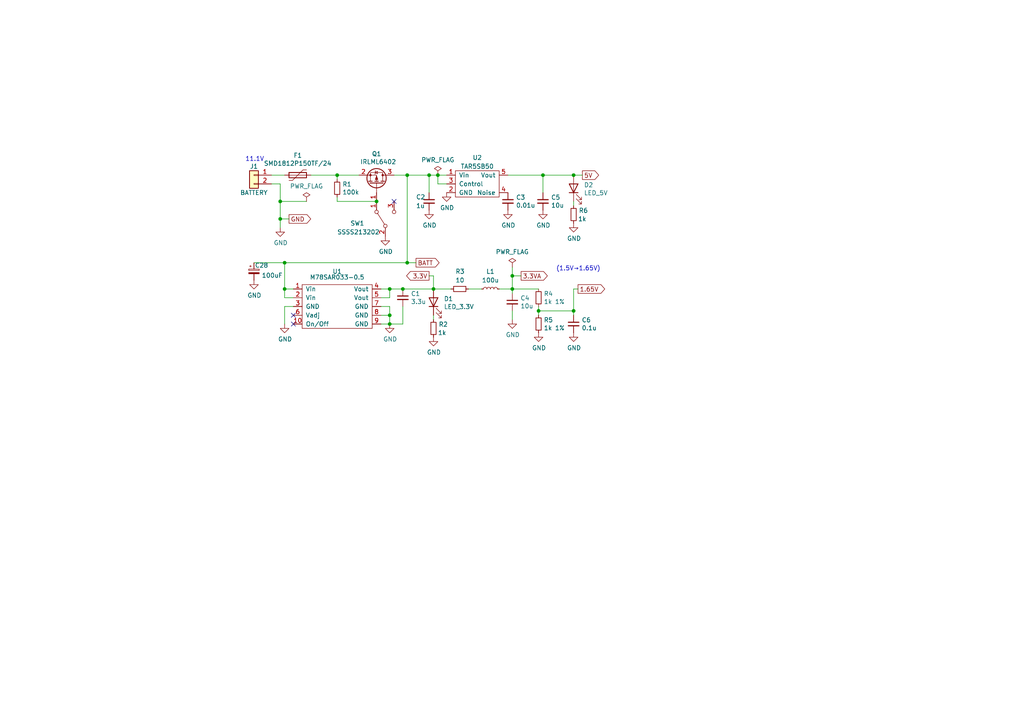
<source format=kicad_sch>
(kicad_sch (version 20211123) (generator eeschema)

  (uuid ee9c4f72-f91f-4028-95bb-95ce5e4f7811)

  (paper "A4")

  (lib_symbols
    (symbol "Connector_Generic:Conn_01x02" (pin_names (offset 1.016) hide) (in_bom yes) (on_board yes)
      (property "Reference" "J" (id 0) (at 0 2.54 0)
        (effects (font (size 1.27 1.27)))
      )
      (property "Value" "Conn_01x02" (id 1) (at 0 -5.08 0)
        (effects (font (size 1.27 1.27)))
      )
      (property "Footprint" "" (id 2) (at 0 0 0)
        (effects (font (size 1.27 1.27)) hide)
      )
      (property "Datasheet" "~" (id 3) (at 0 0 0)
        (effects (font (size 1.27 1.27)) hide)
      )
      (property "ki_keywords" "connector" (id 4) (at 0 0 0)
        (effects (font (size 1.27 1.27)) hide)
      )
      (property "ki_description" "Generic connector, single row, 01x02, script generated (kicad-library-utils/schlib/autogen/connector/)" (id 5) (at 0 0 0)
        (effects (font (size 1.27 1.27)) hide)
      )
      (property "ki_fp_filters" "Connector*:*_1x??_*" (id 6) (at 0 0 0)
        (effects (font (size 1.27 1.27)) hide)
      )
      (symbol "Conn_01x02_1_1"
        (rectangle (start -1.27 -2.413) (end 0 -2.667)
          (stroke (width 0.1524) (type default) (color 0 0 0 0))
          (fill (type none))
        )
        (rectangle (start -1.27 0.127) (end 0 -0.127)
          (stroke (width 0.1524) (type default) (color 0 0 0 0))
          (fill (type none))
        )
        (rectangle (start -1.27 1.27) (end 1.27 -3.81)
          (stroke (width 0.254) (type default) (color 0 0 0 0))
          (fill (type background))
        )
        (pin passive line (at -5.08 0 0) (length 3.81)
          (name "Pin_1" (effects (font (size 1.27 1.27))))
          (number "1" (effects (font (size 1.27 1.27))))
        )
        (pin passive line (at -5.08 -2.54 0) (length 3.81)
          (name "Pin_2" (effects (font (size 1.27 1.27))))
          (number "2" (effects (font (size 1.27 1.27))))
        )
      )
    )
    (symbol "Device:C_Polarized_Small" (pin_numbers hide) (pin_names (offset 0.254) hide) (in_bom yes) (on_board yes)
      (property "Reference" "C" (id 0) (at 0.254 1.778 0)
        (effects (font (size 1.27 1.27)) (justify left))
      )
      (property "Value" "C_Polarized_Small" (id 1) (at 0.254 -2.032 0)
        (effects (font (size 1.27 1.27)) (justify left))
      )
      (property "Footprint" "" (id 2) (at 0 0 0)
        (effects (font (size 1.27 1.27)) hide)
      )
      (property "Datasheet" "~" (id 3) (at 0 0 0)
        (effects (font (size 1.27 1.27)) hide)
      )
      (property "ki_keywords" "cap capacitor" (id 4) (at 0 0 0)
        (effects (font (size 1.27 1.27)) hide)
      )
      (property "ki_description" "Polarized capacitor, small symbol" (id 5) (at 0 0 0)
        (effects (font (size 1.27 1.27)) hide)
      )
      (property "ki_fp_filters" "CP_*" (id 6) (at 0 0 0)
        (effects (font (size 1.27 1.27)) hide)
      )
      (symbol "C_Polarized_Small_0_1"
        (rectangle (start -1.524 -0.3048) (end 1.524 -0.6858)
          (stroke (width 0) (type default) (color 0 0 0 0))
          (fill (type outline))
        )
        (rectangle (start -1.524 0.6858) (end 1.524 0.3048)
          (stroke (width 0) (type default) (color 0 0 0 0))
          (fill (type none))
        )
        (polyline
          (pts
            (xy -1.27 1.524)
            (xy -0.762 1.524)
          )
          (stroke (width 0) (type default) (color 0 0 0 0))
          (fill (type none))
        )
        (polyline
          (pts
            (xy -1.016 1.27)
            (xy -1.016 1.778)
          )
          (stroke (width 0) (type default) (color 0 0 0 0))
          (fill (type none))
        )
      )
      (symbol "C_Polarized_Small_1_1"
        (pin passive line (at 0 2.54 270) (length 1.8542)
          (name "~" (effects (font (size 1.27 1.27))))
          (number "1" (effects (font (size 1.27 1.27))))
        )
        (pin passive line (at 0 -2.54 90) (length 1.8542)
          (name "~" (effects (font (size 1.27 1.27))))
          (number "2" (effects (font (size 1.27 1.27))))
        )
      )
    )
    (symbol "Device:C_Small" (pin_numbers hide) (pin_names (offset 0.254) hide) (in_bom yes) (on_board yes)
      (property "Reference" "C" (id 0) (at 0.254 1.778 0)
        (effects (font (size 1.27 1.27)) (justify left))
      )
      (property "Value" "C_Small" (id 1) (at 0.254 -2.032 0)
        (effects (font (size 1.27 1.27)) (justify left))
      )
      (property "Footprint" "" (id 2) (at 0 0 0)
        (effects (font (size 1.27 1.27)) hide)
      )
      (property "Datasheet" "~" (id 3) (at 0 0 0)
        (effects (font (size 1.27 1.27)) hide)
      )
      (property "ki_keywords" "capacitor cap" (id 4) (at 0 0 0)
        (effects (font (size 1.27 1.27)) hide)
      )
      (property "ki_description" "Unpolarized capacitor, small symbol" (id 5) (at 0 0 0)
        (effects (font (size 1.27 1.27)) hide)
      )
      (property "ki_fp_filters" "C_*" (id 6) (at 0 0 0)
        (effects (font (size 1.27 1.27)) hide)
      )
      (symbol "C_Small_0_1"
        (polyline
          (pts
            (xy -1.524 -0.508)
            (xy 1.524 -0.508)
          )
          (stroke (width 0.3302) (type default) (color 0 0 0 0))
          (fill (type none))
        )
        (polyline
          (pts
            (xy -1.524 0.508)
            (xy 1.524 0.508)
          )
          (stroke (width 0.3048) (type default) (color 0 0 0 0))
          (fill (type none))
        )
      )
      (symbol "C_Small_1_1"
        (pin passive line (at 0 2.54 270) (length 2.032)
          (name "~" (effects (font (size 1.27 1.27))))
          (number "1" (effects (font (size 1.27 1.27))))
        )
        (pin passive line (at 0 -2.54 90) (length 2.032)
          (name "~" (effects (font (size 1.27 1.27))))
          (number "2" (effects (font (size 1.27 1.27))))
        )
      )
    )
    (symbol "Device:LED" (pin_numbers hide) (pin_names (offset 1.016) hide) (in_bom yes) (on_board yes)
      (property "Reference" "D" (id 0) (at 0 2.54 0)
        (effects (font (size 1.27 1.27)))
      )
      (property "Value" "LED" (id 1) (at 0 -2.54 0)
        (effects (font (size 1.27 1.27)))
      )
      (property "Footprint" "" (id 2) (at 0 0 0)
        (effects (font (size 1.27 1.27)) hide)
      )
      (property "Datasheet" "~" (id 3) (at 0 0 0)
        (effects (font (size 1.27 1.27)) hide)
      )
      (property "ki_keywords" "LED diode" (id 4) (at 0 0 0)
        (effects (font (size 1.27 1.27)) hide)
      )
      (property "ki_description" "Light emitting diode" (id 5) (at 0 0 0)
        (effects (font (size 1.27 1.27)) hide)
      )
      (property "ki_fp_filters" "LED* LED_SMD:* LED_THT:*" (id 6) (at 0 0 0)
        (effects (font (size 1.27 1.27)) hide)
      )
      (symbol "LED_0_1"
        (polyline
          (pts
            (xy -1.27 -1.27)
            (xy -1.27 1.27)
          )
          (stroke (width 0.254) (type default) (color 0 0 0 0))
          (fill (type none))
        )
        (polyline
          (pts
            (xy -1.27 0)
            (xy 1.27 0)
          )
          (stroke (width 0) (type default) (color 0 0 0 0))
          (fill (type none))
        )
        (polyline
          (pts
            (xy 1.27 -1.27)
            (xy 1.27 1.27)
            (xy -1.27 0)
            (xy 1.27 -1.27)
          )
          (stroke (width 0.254) (type default) (color 0 0 0 0))
          (fill (type none))
        )
        (polyline
          (pts
            (xy -3.048 -0.762)
            (xy -4.572 -2.286)
            (xy -3.81 -2.286)
            (xy -4.572 -2.286)
            (xy -4.572 -1.524)
          )
          (stroke (width 0) (type default) (color 0 0 0 0))
          (fill (type none))
        )
        (polyline
          (pts
            (xy -1.778 -0.762)
            (xy -3.302 -2.286)
            (xy -2.54 -2.286)
            (xy -3.302 -2.286)
            (xy -3.302 -1.524)
          )
          (stroke (width 0) (type default) (color 0 0 0 0))
          (fill (type none))
        )
      )
      (symbol "LED_1_1"
        (pin passive line (at -3.81 0 0) (length 2.54)
          (name "K" (effects (font (size 1.27 1.27))))
          (number "1" (effects (font (size 1.27 1.27))))
        )
        (pin passive line (at 3.81 0 180) (length 2.54)
          (name "A" (effects (font (size 1.27 1.27))))
          (number "2" (effects (font (size 1.27 1.27))))
        )
      )
    )
    (symbol "Device:L_Small" (pin_numbers hide) (pin_names (offset 0.254) hide) (in_bom yes) (on_board yes)
      (property "Reference" "L" (id 0) (at 0.762 1.016 0)
        (effects (font (size 1.27 1.27)) (justify left))
      )
      (property "Value" "L_Small" (id 1) (at 0.762 -1.016 0)
        (effects (font (size 1.27 1.27)) (justify left))
      )
      (property "Footprint" "" (id 2) (at 0 0 0)
        (effects (font (size 1.27 1.27)) hide)
      )
      (property "Datasheet" "~" (id 3) (at 0 0 0)
        (effects (font (size 1.27 1.27)) hide)
      )
      (property "ki_keywords" "inductor choke coil reactor magnetic" (id 4) (at 0 0 0)
        (effects (font (size 1.27 1.27)) hide)
      )
      (property "ki_description" "Inductor, small symbol" (id 5) (at 0 0 0)
        (effects (font (size 1.27 1.27)) hide)
      )
      (property "ki_fp_filters" "Choke_* *Coil* Inductor_* L_*" (id 6) (at 0 0 0)
        (effects (font (size 1.27 1.27)) hide)
      )
      (symbol "L_Small_0_1"
        (arc (start 0 -2.032) (mid 0.508 -1.524) (end 0 -1.016)
          (stroke (width 0) (type default) (color 0 0 0 0))
          (fill (type none))
        )
        (arc (start 0 -1.016) (mid 0.508 -0.508) (end 0 0)
          (stroke (width 0) (type default) (color 0 0 0 0))
          (fill (type none))
        )
        (arc (start 0 0) (mid 0.508 0.508) (end 0 1.016)
          (stroke (width 0) (type default) (color 0 0 0 0))
          (fill (type none))
        )
        (arc (start 0 1.016) (mid 0.508 1.524) (end 0 2.032)
          (stroke (width 0) (type default) (color 0 0 0 0))
          (fill (type none))
        )
      )
      (symbol "L_Small_1_1"
        (pin passive line (at 0 2.54 270) (length 0.508)
          (name "~" (effects (font (size 1.27 1.27))))
          (number "1" (effects (font (size 1.27 1.27))))
        )
        (pin passive line (at 0 -2.54 90) (length 0.508)
          (name "~" (effects (font (size 1.27 1.27))))
          (number "2" (effects (font (size 1.27 1.27))))
        )
      )
    )
    (symbol "Device:Polyfuse" (pin_numbers hide) (pin_names (offset 0)) (in_bom yes) (on_board yes)
      (property "Reference" "F" (id 0) (at -2.54 0 90)
        (effects (font (size 1.27 1.27)))
      )
      (property "Value" "Polyfuse" (id 1) (at 2.54 0 90)
        (effects (font (size 1.27 1.27)))
      )
      (property "Footprint" "" (id 2) (at 1.27 -5.08 0)
        (effects (font (size 1.27 1.27)) (justify left) hide)
      )
      (property "Datasheet" "~" (id 3) (at 0 0 0)
        (effects (font (size 1.27 1.27)) hide)
      )
      (property "ki_keywords" "resettable fuse PTC PPTC polyfuse polyswitch" (id 4) (at 0 0 0)
        (effects (font (size 1.27 1.27)) hide)
      )
      (property "ki_description" "Resettable fuse, polymeric positive temperature coefficient" (id 5) (at 0 0 0)
        (effects (font (size 1.27 1.27)) hide)
      )
      (property "ki_fp_filters" "*polyfuse* *PTC*" (id 6) (at 0 0 0)
        (effects (font (size 1.27 1.27)) hide)
      )
      (symbol "Polyfuse_0_1"
        (rectangle (start -0.762 2.54) (end 0.762 -2.54)
          (stroke (width 0.254) (type default) (color 0 0 0 0))
          (fill (type none))
        )
        (polyline
          (pts
            (xy 0 2.54)
            (xy 0 -2.54)
          )
          (stroke (width 0) (type default) (color 0 0 0 0))
          (fill (type none))
        )
        (polyline
          (pts
            (xy -1.524 2.54)
            (xy -1.524 1.524)
            (xy 1.524 -1.524)
            (xy 1.524 -2.54)
          )
          (stroke (width 0) (type default) (color 0 0 0 0))
          (fill (type none))
        )
      )
      (symbol "Polyfuse_1_1"
        (pin passive line (at 0 3.81 270) (length 1.27)
          (name "~" (effects (font (size 1.27 1.27))))
          (number "1" (effects (font (size 1.27 1.27))))
        )
        (pin passive line (at 0 -3.81 90) (length 1.27)
          (name "~" (effects (font (size 1.27 1.27))))
          (number "2" (effects (font (size 1.27 1.27))))
        )
      )
    )
    (symbol "Device:Q_PMOS_GSD" (pin_names (offset 0) hide) (in_bom yes) (on_board yes)
      (property "Reference" "Q" (id 0) (at 5.08 1.27 0)
        (effects (font (size 1.27 1.27)) (justify left))
      )
      (property "Value" "Q_PMOS_GSD" (id 1) (at 5.08 -1.27 0)
        (effects (font (size 1.27 1.27)) (justify left))
      )
      (property "Footprint" "" (id 2) (at 5.08 2.54 0)
        (effects (font (size 1.27 1.27)) hide)
      )
      (property "Datasheet" "~" (id 3) (at 0 0 0)
        (effects (font (size 1.27 1.27)) hide)
      )
      (property "ki_keywords" "transistor PMOS P-MOS P-MOSFET" (id 4) (at 0 0 0)
        (effects (font (size 1.27 1.27)) hide)
      )
      (property "ki_description" "P-MOSFET transistor, gate/source/drain" (id 5) (at 0 0 0)
        (effects (font (size 1.27 1.27)) hide)
      )
      (symbol "Q_PMOS_GSD_0_1"
        (polyline
          (pts
            (xy 0.254 0)
            (xy -2.54 0)
          )
          (stroke (width 0) (type default) (color 0 0 0 0))
          (fill (type none))
        )
        (polyline
          (pts
            (xy 0.254 1.905)
            (xy 0.254 -1.905)
          )
          (stroke (width 0.254) (type default) (color 0 0 0 0))
          (fill (type none))
        )
        (polyline
          (pts
            (xy 0.762 -1.27)
            (xy 0.762 -2.286)
          )
          (stroke (width 0.254) (type default) (color 0 0 0 0))
          (fill (type none))
        )
        (polyline
          (pts
            (xy 0.762 0.508)
            (xy 0.762 -0.508)
          )
          (stroke (width 0.254) (type default) (color 0 0 0 0))
          (fill (type none))
        )
        (polyline
          (pts
            (xy 0.762 2.286)
            (xy 0.762 1.27)
          )
          (stroke (width 0.254) (type default) (color 0 0 0 0))
          (fill (type none))
        )
        (polyline
          (pts
            (xy 2.54 2.54)
            (xy 2.54 1.778)
          )
          (stroke (width 0) (type default) (color 0 0 0 0))
          (fill (type none))
        )
        (polyline
          (pts
            (xy 2.54 -2.54)
            (xy 2.54 0)
            (xy 0.762 0)
          )
          (stroke (width 0) (type default) (color 0 0 0 0))
          (fill (type none))
        )
        (polyline
          (pts
            (xy 0.762 1.778)
            (xy 3.302 1.778)
            (xy 3.302 -1.778)
            (xy 0.762 -1.778)
          )
          (stroke (width 0) (type default) (color 0 0 0 0))
          (fill (type none))
        )
        (polyline
          (pts
            (xy 2.286 0)
            (xy 1.27 0.381)
            (xy 1.27 -0.381)
            (xy 2.286 0)
          )
          (stroke (width 0) (type default) (color 0 0 0 0))
          (fill (type outline))
        )
        (polyline
          (pts
            (xy 2.794 -0.508)
            (xy 2.921 -0.381)
            (xy 3.683 -0.381)
            (xy 3.81 -0.254)
          )
          (stroke (width 0) (type default) (color 0 0 0 0))
          (fill (type none))
        )
        (polyline
          (pts
            (xy 3.302 -0.381)
            (xy 2.921 0.254)
            (xy 3.683 0.254)
            (xy 3.302 -0.381)
          )
          (stroke (width 0) (type default) (color 0 0 0 0))
          (fill (type none))
        )
        (circle (center 1.651 0) (radius 2.794)
          (stroke (width 0.254) (type default) (color 0 0 0 0))
          (fill (type none))
        )
        (circle (center 2.54 -1.778) (radius 0.254)
          (stroke (width 0) (type default) (color 0 0 0 0))
          (fill (type outline))
        )
        (circle (center 2.54 1.778) (radius 0.254)
          (stroke (width 0) (type default) (color 0 0 0 0))
          (fill (type outline))
        )
      )
      (symbol "Q_PMOS_GSD_1_1"
        (pin input line (at -5.08 0 0) (length 2.54)
          (name "G" (effects (font (size 1.27 1.27))))
          (number "1" (effects (font (size 1.27 1.27))))
        )
        (pin passive line (at 2.54 -5.08 90) (length 2.54)
          (name "S" (effects (font (size 1.27 1.27))))
          (number "2" (effects (font (size 1.27 1.27))))
        )
        (pin passive line (at 2.54 5.08 270) (length 2.54)
          (name "D" (effects (font (size 1.27 1.27))))
          (number "3" (effects (font (size 1.27 1.27))))
        )
      )
    )
    (symbol "Device:R_Small" (pin_numbers hide) (pin_names (offset 0.254) hide) (in_bom yes) (on_board yes)
      (property "Reference" "R" (id 0) (at 0.762 0.508 0)
        (effects (font (size 1.27 1.27)) (justify left))
      )
      (property "Value" "R_Small" (id 1) (at 0.762 -1.016 0)
        (effects (font (size 1.27 1.27)) (justify left))
      )
      (property "Footprint" "" (id 2) (at 0 0 0)
        (effects (font (size 1.27 1.27)) hide)
      )
      (property "Datasheet" "~" (id 3) (at 0 0 0)
        (effects (font (size 1.27 1.27)) hide)
      )
      (property "ki_keywords" "R resistor" (id 4) (at 0 0 0)
        (effects (font (size 1.27 1.27)) hide)
      )
      (property "ki_description" "Resistor, small symbol" (id 5) (at 0 0 0)
        (effects (font (size 1.27 1.27)) hide)
      )
      (property "ki_fp_filters" "R_*" (id 6) (at 0 0 0)
        (effects (font (size 1.27 1.27)) hide)
      )
      (symbol "R_Small_0_1"
        (rectangle (start -0.762 1.778) (end 0.762 -1.778)
          (stroke (width 0.2032) (type default) (color 0 0 0 0))
          (fill (type none))
        )
      )
      (symbol "R_Small_1_1"
        (pin passive line (at 0 2.54 270) (length 0.762)
          (name "~" (effects (font (size 1.27 1.27))))
          (number "1" (effects (font (size 1.27 1.27))))
        )
        (pin passive line (at 0 -2.54 90) (length 0.762)
          (name "~" (effects (font (size 1.27 1.27))))
          (number "2" (effects (font (size 1.27 1.27))))
        )
      )
    )
    (symbol "MicroNaos:M78SAR033-0.5" (pin_names (offset 1.016)) (in_bom yes) (on_board yes)
      (property "Reference" "U" (id 0) (at 0 8.89 0)
        (effects (font (size 1.27 1.27)))
      )
      (property "Value" "M78SAR033-0.5" (id 1) (at 0 6.35 0)
        (effects (font (size 1.27 1.27)))
      )
      (property "Footprint" "" (id 2) (at 0 0 0)
        (effects (font (size 1.27 1.27)) hide)
      )
      (property "Datasheet" "" (id 3) (at 0 0 0)
        (effects (font (size 1.27 1.27)) hide)
      )
      (symbol "M78SAR033-0.5_0_1"
        (rectangle (start -10.16 5.08) (end 10.16 -7.62)
          (stroke (width 0) (type default) (color 0 0 0 0))
          (fill (type none))
        )
      )
      (symbol "M78SAR033-0.5_1_1"
        (pin power_in line (at -12.7 3.81 0) (length 2.54)
          (name "Vin" (effects (font (size 1.27 1.27))))
          (number "1" (effects (font (size 1.27 1.27))))
        )
        (pin input line (at -12.7 -6.35 0) (length 2.54)
          (name "On/Off" (effects (font (size 1.27 1.27))))
          (number "10" (effects (font (size 1.27 1.27))))
        )
        (pin power_in line (at -12.7 1.27 0) (length 2.54)
          (name "Vin" (effects (font (size 1.27 1.27))))
          (number "2" (effects (font (size 1.27 1.27))))
        )
        (pin power_in line (at -12.7 -1.27 0) (length 2.54)
          (name "GND" (effects (font (size 1.27 1.27))))
          (number "3" (effects (font (size 1.27 1.27))))
        )
        (pin power_out line (at 12.7 3.81 180) (length 2.54)
          (name "Vout" (effects (font (size 1.27 1.27))))
          (number "4" (effects (font (size 1.27 1.27))))
        )
        (pin passive line (at 12.7 1.27 180) (length 2.54)
          (name "Vout" (effects (font (size 1.27 1.27))))
          (number "5" (effects (font (size 1.27 1.27))))
        )
        (pin input line (at -12.7 -3.81 0) (length 2.54)
          (name "Vadj" (effects (font (size 1.27 1.27))))
          (number "6" (effects (font (size 1.27 1.27))))
        )
        (pin power_in line (at 12.7 -1.27 180) (length 2.54)
          (name "GND" (effects (font (size 1.27 1.27))))
          (number "7" (effects (font (size 1.27 1.27))))
        )
        (pin power_in line (at 12.7 -3.81 180) (length 2.54)
          (name "GND" (effects (font (size 1.27 1.27))))
          (number "8" (effects (font (size 1.27 1.27))))
        )
        (pin power_in line (at 12.7 -6.35 180) (length 2.54)
          (name "GND" (effects (font (size 1.27 1.27))))
          (number "9" (effects (font (size 1.27 1.27))))
        )
      )
    )
    (symbol "MicroNaos:TAR5SB50" (pin_names (offset 1.016)) (in_bom yes) (on_board yes)
      (property "Reference" "U" (id 0) (at 0 7.62 0)
        (effects (font (size 1.27 1.27)))
      )
      (property "Value" "TAR5SB50" (id 1) (at 0 5.08 0)
        (effects (font (size 1.27 1.27)))
      )
      (property "Footprint" "" (id 2) (at 0 0 0)
        (effects (font (size 1.27 1.27)) hide)
      )
      (property "Datasheet" "" (id 3) (at 0 0 0)
        (effects (font (size 1.27 1.27)) hide)
      )
      (symbol "TAR5SB50_0_1"
        (rectangle (start -6.35 3.81) (end 6.35 -3.81)
          (stroke (width 0) (type default) (color 0 0 0 0))
          (fill (type none))
        )
      )
      (symbol "TAR5SB50_1_1"
        (pin power_in line (at -8.89 2.54 0) (length 2.54)
          (name "Vin" (effects (font (size 1.27 1.27))))
          (number "1" (effects (font (size 1.27 1.27))))
        )
        (pin input line (at -8.89 -2.54 0) (length 2.54)
          (name "GND" (effects (font (size 1.27 1.27))))
          (number "2" (effects (font (size 1.27 1.27))))
        )
        (pin input line (at -8.89 0 0) (length 2.54)
          (name "Control" (effects (font (size 1.27 1.27))))
          (number "3" (effects (font (size 1.27 1.27))))
        )
        (pin input line (at 8.89 -2.54 180) (length 2.54)
          (name "Noise" (effects (font (size 1.27 1.27))))
          (number "4" (effects (font (size 1.27 1.27))))
        )
        (pin power_out line (at 8.89 2.54 180) (length 2.54)
          (name "Vout" (effects (font (size 1.27 1.27))))
          (number "5" (effects (font (size 1.27 1.27))))
        )
      )
    )
    (symbol "Switch:SW_SPDT" (pin_names (offset 0) hide) (in_bom yes) (on_board yes)
      (property "Reference" "SW" (id 0) (at 0 4.318 0)
        (effects (font (size 1.27 1.27)))
      )
      (property "Value" "SW_SPDT" (id 1) (at 0 -5.08 0)
        (effects (font (size 1.27 1.27)))
      )
      (property "Footprint" "" (id 2) (at 0 0 0)
        (effects (font (size 1.27 1.27)) hide)
      )
      (property "Datasheet" "~" (id 3) (at 0 0 0)
        (effects (font (size 1.27 1.27)) hide)
      )
      (property "ki_keywords" "switch single-pole double-throw spdt ON-ON" (id 4) (at 0 0 0)
        (effects (font (size 1.27 1.27)) hide)
      )
      (property "ki_description" "Switch, single pole double throw" (id 5) (at 0 0 0)
        (effects (font (size 1.27 1.27)) hide)
      )
      (symbol "SW_SPDT_0_0"
        (circle (center -2.032 0) (radius 0.508)
          (stroke (width 0) (type default) (color 0 0 0 0))
          (fill (type none))
        )
        (circle (center 2.032 -2.54) (radius 0.508)
          (stroke (width 0) (type default) (color 0 0 0 0))
          (fill (type none))
        )
      )
      (symbol "SW_SPDT_0_1"
        (polyline
          (pts
            (xy -1.524 0.254)
            (xy 1.651 2.286)
          )
          (stroke (width 0) (type default) (color 0 0 0 0))
          (fill (type none))
        )
        (circle (center 2.032 2.54) (radius 0.508)
          (stroke (width 0) (type default) (color 0 0 0 0))
          (fill (type none))
        )
      )
      (symbol "SW_SPDT_1_1"
        (pin passive line (at 5.08 2.54 180) (length 2.54)
          (name "A" (effects (font (size 1.27 1.27))))
          (number "1" (effects (font (size 1.27 1.27))))
        )
        (pin passive line (at -5.08 0 0) (length 2.54)
          (name "B" (effects (font (size 1.27 1.27))))
          (number "2" (effects (font (size 1.27 1.27))))
        )
        (pin passive line (at 5.08 -2.54 180) (length 2.54)
          (name "C" (effects (font (size 1.27 1.27))))
          (number "3" (effects (font (size 1.27 1.27))))
        )
      )
    )
    (symbol "power:GND" (power) (pin_names (offset 0)) (in_bom yes) (on_board yes)
      (property "Reference" "#PWR" (id 0) (at 0 -6.35 0)
        (effects (font (size 1.27 1.27)) hide)
      )
      (property "Value" "GND" (id 1) (at 0 -3.81 0)
        (effects (font (size 1.27 1.27)))
      )
      (property "Footprint" "" (id 2) (at 0 0 0)
        (effects (font (size 1.27 1.27)) hide)
      )
      (property "Datasheet" "" (id 3) (at 0 0 0)
        (effects (font (size 1.27 1.27)) hide)
      )
      (property "ki_keywords" "power-flag" (id 4) (at 0 0 0)
        (effects (font (size 1.27 1.27)) hide)
      )
      (property "ki_description" "Power symbol creates a global label with name \"GND\" , ground" (id 5) (at 0 0 0)
        (effects (font (size 1.27 1.27)) hide)
      )
      (symbol "GND_0_1"
        (polyline
          (pts
            (xy 0 0)
            (xy 0 -1.27)
            (xy 1.27 -1.27)
            (xy 0 -2.54)
            (xy -1.27 -1.27)
            (xy 0 -1.27)
          )
          (stroke (width 0) (type default) (color 0 0 0 0))
          (fill (type none))
        )
      )
      (symbol "GND_1_1"
        (pin power_in line (at 0 0 270) (length 0) hide
          (name "GND" (effects (font (size 1.27 1.27))))
          (number "1" (effects (font (size 1.27 1.27))))
        )
      )
    )
    (symbol "power:PWR_FLAG" (power) (pin_numbers hide) (pin_names (offset 0) hide) (in_bom yes) (on_board yes)
      (property "Reference" "#FLG" (id 0) (at 0 1.905 0)
        (effects (font (size 1.27 1.27)) hide)
      )
      (property "Value" "PWR_FLAG" (id 1) (at 0 3.81 0)
        (effects (font (size 1.27 1.27)))
      )
      (property "Footprint" "" (id 2) (at 0 0 0)
        (effects (font (size 1.27 1.27)) hide)
      )
      (property "Datasheet" "~" (id 3) (at 0 0 0)
        (effects (font (size 1.27 1.27)) hide)
      )
      (property "ki_keywords" "power-flag" (id 4) (at 0 0 0)
        (effects (font (size 1.27 1.27)) hide)
      )
      (property "ki_description" "Special symbol for telling ERC where power comes from" (id 5) (at 0 0 0)
        (effects (font (size 1.27 1.27)) hide)
      )
      (symbol "PWR_FLAG_0_0"
        (pin power_out line (at 0 0 90) (length 0)
          (name "pwr" (effects (font (size 1.27 1.27))))
          (number "1" (effects (font (size 1.27 1.27))))
        )
      )
      (symbol "PWR_FLAG_0_1"
        (polyline
          (pts
            (xy 0 0)
            (xy 0 1.27)
            (xy -1.016 1.905)
            (xy 0 2.54)
            (xy 1.016 1.905)
            (xy 0 1.27)
          )
          (stroke (width 0) (type default) (color 0 0 0 0))
          (fill (type none))
        )
      )
    )
  )

  (junction (at 113.03 93.98) (diameter 0) (color 0 0 0 0)
    (uuid 1fc5c5ec-25f5-4ec5-bb86-39fe9fc4c180)
  )
  (junction (at 109.22 58.42) (diameter 0) (color 0 0 0 0)
    (uuid 26a61369-6e00-4123-bb6f-dda903866b65)
  )
  (junction (at 116.84 83.82) (diameter 0) (color 0 0 0 0)
    (uuid 36312ab9-0ba0-4fcc-84c2-993b5463f22a)
  )
  (junction (at 166.37 50.8) (diameter 0) (color 0 0 0 0)
    (uuid 3b2889ef-6aab-44ed-9c47-70ad42d74e3e)
  )
  (junction (at 127 50.8) (diameter 0) (color 0 0 0 0)
    (uuid 3d3a2d22-c69f-4075-87ea-ad225f9140b0)
  )
  (junction (at 156.21 90.17) (diameter 0) (color 0 0 0 0)
    (uuid 48c732a0-181c-4d12-af1b-ec4236655deb)
  )
  (junction (at 82.55 83.82) (diameter 0) (color 0 0 0 0)
    (uuid 5d5430ed-5124-43e6-8291-d2446d275f39)
  )
  (junction (at 81.28 58.42) (diameter 0) (color 0 0 0 0)
    (uuid 63791301-d7f4-4b2c-ad7a-a1978cbce1ed)
  )
  (junction (at 82.55 76.2) (diameter 0) (color 0 0 0 0)
    (uuid 6f501632-8f82-4d6b-b38c-56de31716ac5)
  )
  (junction (at 124.46 50.8) (diameter 0) (color 0 0 0 0)
    (uuid 6f962493-7c2e-4170-b464-7ebdac58144d)
  )
  (junction (at 166.37 90.17) (diameter 0) (color 0 0 0 0)
    (uuid 7153d2ad-8ead-4eb1-bfe4-f6248a28b625)
  )
  (junction (at 81.28 63.5) (diameter 0) (color 0 0 0 0)
    (uuid 760cd9bb-40b8-470d-92de-ca5e0a0e911c)
  )
  (junction (at 118.11 50.8) (diameter 0) (color 0 0 0 0)
    (uuid 78c5570e-6298-48c5-a89d-daa1ecb717dc)
  )
  (junction (at 148.59 83.82) (diameter 0) (color 0 0 0 0)
    (uuid 94284f14-886b-46a8-be1a-18009e26fa05)
  )
  (junction (at 125.73 83.82) (diameter 0) (color 0 0 0 0)
    (uuid 99237f3d-f238-47af-b7a5-1a98e74c41a4)
  )
  (junction (at 113.03 83.82) (diameter 0) (color 0 0 0 0)
    (uuid a27c2585-a06e-4f74-a939-57f75ad235e6)
  )
  (junction (at 157.48 50.8) (diameter 0) (color 0 0 0 0)
    (uuid a5cd35fc-1f3b-40ab-837c-a8dbbb69b7cc)
  )
  (junction (at 148.59 80.01) (diameter 0) (color 0 0 0 0)
    (uuid ad1b8cf3-8c97-4842-81ad-f64f739a45df)
  )
  (junction (at 113.03 91.44) (diameter 0) (color 0 0 0 0)
    (uuid afc9a748-706a-4aef-9cb9-b85e7232c4cc)
  )
  (junction (at 97.79 50.8) (diameter 0) (color 0 0 0 0)
    (uuid b8af7d0d-0fb1-42ea-bf2c-afac04f09e75)
  )
  (junction (at 118.11 76.2) (diameter 0) (color 0 0 0 0)
    (uuid c310e48c-96eb-454f-b20f-7bcf9d342fdb)
  )

  (no_connect (at 85.09 91.44) (uuid 04441549-d89d-4dfe-9d7c-b99be9661e28))
  (no_connect (at 114.3 58.42) (uuid 42964613-a2c0-4667-8f85-135cea752364))
  (no_connect (at 85.09 93.98) (uuid c72cc084-f179-4351-b016-250f1f16ddc2))

  (wire (pts (xy 82.55 86.36) (xy 82.55 83.82))
    (stroke (width 0) (type default) (color 0 0 0 0))
    (uuid 00001130-4894-4aca-8f37-492c97462dce)
  )
  (wire (pts (xy 135.89 83.82) (xy 139.7 83.82))
    (stroke (width 0) (type default) (color 0 0 0 0))
    (uuid 0156fcf7-4619-433f-879d-7a3e17d34adf)
  )
  (wire (pts (xy 129.54 53.34) (xy 127 53.34))
    (stroke (width 0) (type default) (color 0 0 0 0))
    (uuid 0778bcee-e8e5-4d9f-9fb4-b39aa3f43ca1)
  )
  (wire (pts (xy 81.28 53.34) (xy 81.28 58.42))
    (stroke (width 0) (type default) (color 0 0 0 0))
    (uuid 0b0e9d22-2821-4cc1-b0fa-4bf57857de69)
  )
  (wire (pts (xy 97.79 58.42) (xy 97.79 57.15))
    (stroke (width 0) (type default) (color 0 0 0 0))
    (uuid 0ef69c74-86bd-4d20-9439-739d8c941377)
  )
  (wire (pts (xy 148.59 83.82) (xy 156.21 83.82))
    (stroke (width 0) (type default) (color 0 0 0 0))
    (uuid 0fb8287c-2eca-4f57-8ee1-86c6fa3e0a68)
  )
  (wire (pts (xy 144.78 83.82) (xy 148.59 83.82))
    (stroke (width 0) (type default) (color 0 0 0 0))
    (uuid 100175e1-c9cc-4b72-b91a-175e215e54e6)
  )
  (wire (pts (xy 78.74 53.34) (xy 81.28 53.34))
    (stroke (width 0) (type default) (color 0 0 0 0))
    (uuid 104f3831-86cc-4682-bfad-bb5f76e97092)
  )
  (wire (pts (xy 110.49 88.9) (xy 113.03 88.9))
    (stroke (width 0) (type default) (color 0 0 0 0))
    (uuid 14e713a3-b3fd-4029-82c0-67b07cd107a6)
  )
  (wire (pts (xy 148.59 83.82) (xy 148.59 80.01))
    (stroke (width 0) (type default) (color 0 0 0 0))
    (uuid 15de9f52-d5a5-42e3-80c1-f8719fdc16fc)
  )
  (wire (pts (xy 125.73 80.01) (xy 124.46 80.01))
    (stroke (width 0) (type default) (color 0 0 0 0))
    (uuid 16a7a81a-c555-425e-a7d7-c6b401a77c41)
  )
  (wire (pts (xy 157.48 50.8) (xy 166.37 50.8))
    (stroke (width 0) (type default) (color 0 0 0 0))
    (uuid 193d5d4f-befc-462b-96cc-c56e2c9676f6)
  )
  (wire (pts (xy 156.21 88.9) (xy 156.21 90.17))
    (stroke (width 0) (type default) (color 0 0 0 0))
    (uuid 1d1cdd5a-3835-403d-9324-8aad2b409e75)
  )
  (wire (pts (xy 124.46 50.8) (xy 127 50.8))
    (stroke (width 0) (type default) (color 0 0 0 0))
    (uuid 2029bab7-14e2-4a0e-b63a-b4394f98ccf9)
  )
  (wire (pts (xy 124.46 50.8) (xy 124.46 55.88))
    (stroke (width 0) (type default) (color 0 0 0 0))
    (uuid 21b9a9d6-bd4c-417b-a1b0-49abe08de12a)
  )
  (wire (pts (xy 118.11 50.8) (xy 124.46 50.8))
    (stroke (width 0) (type default) (color 0 0 0 0))
    (uuid 249c20e4-5a5f-4a1f-819c-ad07acd508dc)
  )
  (wire (pts (xy 166.37 90.17) (xy 156.21 90.17))
    (stroke (width 0) (type default) (color 0 0 0 0))
    (uuid 2dd7a7fa-d5ed-4886-9427-9769160350d5)
  )
  (wire (pts (xy 148.59 83.82) (xy 148.59 85.09))
    (stroke (width 0) (type default) (color 0 0 0 0))
    (uuid 2def702b-b8c7-4558-9824-4f5fb857df84)
  )
  (wire (pts (xy 125.73 83.82) (xy 125.73 80.01))
    (stroke (width 0) (type default) (color 0 0 0 0))
    (uuid 34433080-a641-47a7-8bc2-6de06939feaf)
  )
  (wire (pts (xy 127 50.8) (xy 129.54 50.8))
    (stroke (width 0) (type default) (color 0 0 0 0))
    (uuid 34536e5a-75af-4a86-81d4-74f31a1e984f)
  )
  (wire (pts (xy 90.17 50.8) (xy 97.79 50.8))
    (stroke (width 0) (type default) (color 0 0 0 0))
    (uuid 35621346-8f19-48f2-bd3f-9617a0f89ba7)
  )
  (wire (pts (xy 157.48 55.88) (xy 157.48 50.8))
    (stroke (width 0) (type default) (color 0 0 0 0))
    (uuid 3748b52e-7a58-481a-97ed-52da1f1a6044)
  )
  (wire (pts (xy 113.03 83.82) (xy 116.84 83.82))
    (stroke (width 0) (type default) (color 0 0 0 0))
    (uuid 3f822677-7bbb-44d1-bfea-a2a184a13158)
  )
  (wire (pts (xy 118.11 76.2) (xy 118.11 50.8))
    (stroke (width 0) (type default) (color 0 0 0 0))
    (uuid 437d949f-e38b-4a02-bc2e-f2fcdbfd17c3)
  )
  (wire (pts (xy 116.84 83.82) (xy 125.73 83.82))
    (stroke (width 0) (type default) (color 0 0 0 0))
    (uuid 4cf0a800-9ddb-43ed-91b3-3a8f4f26f697)
  )
  (wire (pts (xy 82.55 88.9) (xy 85.09 88.9))
    (stroke (width 0) (type default) (color 0 0 0 0))
    (uuid 52b6c465-a2fa-4ddb-9078-ee6b6638e715)
  )
  (wire (pts (xy 125.73 83.82) (xy 130.81 83.82))
    (stroke (width 0) (type default) (color 0 0 0 0))
    (uuid 60b803d3-5937-4455-9325-9f73b05ba4b4)
  )
  (wire (pts (xy 83.82 63.5) (xy 81.28 63.5))
    (stroke (width 0) (type default) (color 0 0 0 0))
    (uuid 659c04be-2748-4bdb-aec7-3d0a2aacd8d3)
  )
  (wire (pts (xy 97.79 50.8) (xy 97.79 52.07))
    (stroke (width 0) (type default) (color 0 0 0 0))
    (uuid 71005af4-d8f7-4fc9-a707-61f652740da6)
  )
  (wire (pts (xy 113.03 86.36) (xy 113.03 83.82))
    (stroke (width 0) (type default) (color 0 0 0 0))
    (uuid 76741e9e-f6ac-4c0a-8232-fbdce2f9765f)
  )
  (wire (pts (xy 110.49 86.36) (xy 113.03 86.36))
    (stroke (width 0) (type default) (color 0 0 0 0))
    (uuid 79743f65-4aa6-407b-a1a4-d00f263a5c6d)
  )
  (wire (pts (xy 97.79 50.8) (xy 104.14 50.8))
    (stroke (width 0) (type default) (color 0 0 0 0))
    (uuid 84b53c73-d942-46fd-adee-40b9a180c324)
  )
  (wire (pts (xy 81.28 63.5) (xy 81.28 66.04))
    (stroke (width 0) (type default) (color 0 0 0 0))
    (uuid 86b672d6-56d0-4443-81fd-47cd7eb9827d)
  )
  (wire (pts (xy 147.32 50.8) (xy 157.48 50.8))
    (stroke (width 0) (type default) (color 0 0 0 0))
    (uuid 8a72aa0d-b4f2-4e29-ae59-f482025ac965)
  )
  (wire (pts (xy 151.13 80.01) (xy 148.59 80.01))
    (stroke (width 0) (type default) (color 0 0 0 0))
    (uuid 8c1afa6d-6b72-4e99-91ec-20a265b623e9)
  )
  (wire (pts (xy 88.9 58.42) (xy 81.28 58.42))
    (stroke (width 0) (type default) (color 0 0 0 0))
    (uuid 8c76aefb-5ec8-40f0-a2f1-f47fe30b9d79)
  )
  (wire (pts (xy 97.79 58.42) (xy 109.22 58.42))
    (stroke (width 0) (type default) (color 0 0 0 0))
    (uuid 8cf68110-55e5-40e6-99c8-771511a8220e)
  )
  (wire (pts (xy 113.03 93.98) (xy 116.84 93.98))
    (stroke (width 0) (type default) (color 0 0 0 0))
    (uuid 8f0d5eaa-dc4f-4549-bf92-dd923f95e5a7)
  )
  (wire (pts (xy 148.59 80.01) (xy 148.59 77.47))
    (stroke (width 0) (type default) (color 0 0 0 0))
    (uuid 9661a247-56a0-4f5b-8ad1-80db0265bdbc)
  )
  (wire (pts (xy 82.55 86.36) (xy 85.09 86.36))
    (stroke (width 0) (type default) (color 0 0 0 0))
    (uuid 96c517e7-f86f-4217-abe9-214670552b3e)
  )
  (wire (pts (xy 166.37 91.44) (xy 166.37 90.17))
    (stroke (width 0) (type default) (color 0 0 0 0))
    (uuid 9c74e347-dad6-4626-8ce0-f8e244d5bed7)
  )
  (wire (pts (xy 116.84 93.98) (xy 116.84 88.9))
    (stroke (width 0) (type default) (color 0 0 0 0))
    (uuid a29d8e0a-fa19-44be-ab58-6b7f454483f9)
  )
  (wire (pts (xy 85.09 83.82) (xy 82.55 83.82))
    (stroke (width 0) (type default) (color 0 0 0 0))
    (uuid a2e4006e-39b7-4600-9bcd-55b4c3504b51)
  )
  (wire (pts (xy 156.21 90.17) (xy 156.21 91.44))
    (stroke (width 0) (type default) (color 0 0 0 0))
    (uuid a845c191-ca4b-4698-ad88-36f30b25845d)
  )
  (wire (pts (xy 166.37 58.42) (xy 166.37 59.69))
    (stroke (width 0) (type default) (color 0 0 0 0))
    (uuid ac6ff12c-d7cf-48bc-9970-78c7af76bee9)
  )
  (wire (pts (xy 113.03 88.9) (xy 113.03 91.44))
    (stroke (width 0) (type default) (color 0 0 0 0))
    (uuid b2872b0c-6143-42b0-858e-5e48bce33461)
  )
  (wire (pts (xy 127 53.34) (xy 127 50.8))
    (stroke (width 0) (type default) (color 0 0 0 0))
    (uuid b38455bf-8638-4f2b-9ffd-0d66d8e9a14e)
  )
  (wire (pts (xy 82.55 93.98) (xy 82.55 88.9))
    (stroke (width 0) (type default) (color 0 0 0 0))
    (uuid b8a72ff1-fddf-4b55-b229-201e9e674f65)
  )
  (wire (pts (xy 82.55 76.2) (xy 118.11 76.2))
    (stroke (width 0) (type default) (color 0 0 0 0))
    (uuid c16d58a0-8b8f-4173-9a7f-c9caa900d4ae)
  )
  (wire (pts (xy 168.91 50.8) (xy 166.37 50.8))
    (stroke (width 0) (type default) (color 0 0 0 0))
    (uuid c3e2d107-24e5-43eb-bce8-997021921eb4)
  )
  (wire (pts (xy 82.55 50.8) (xy 78.74 50.8))
    (stroke (width 0) (type default) (color 0 0 0 0))
    (uuid c522c2ce-677c-40c6-ac97-3f3c118f1cd0)
  )
  (wire (pts (xy 167.64 83.82) (xy 166.37 83.82))
    (stroke (width 0) (type default) (color 0 0 0 0))
    (uuid ca9e517f-54b4-483e-bbc8-e86d0c25a601)
  )
  (wire (pts (xy 166.37 90.17) (xy 166.37 83.82))
    (stroke (width 0) (type default) (color 0 0 0 0))
    (uuid ccd346f7-57d7-482d-9ac9-9b52e6371941)
  )
  (wire (pts (xy 148.59 92.71) (xy 148.59 90.17))
    (stroke (width 0) (type default) (color 0 0 0 0))
    (uuid cfd3844d-362b-47dc-83a3-ea79d2c0d805)
  )
  (wire (pts (xy 82.55 76.2) (xy 73.66 76.2))
    (stroke (width 0) (type default) (color 0 0 0 0))
    (uuid d299f84f-84a4-4a5b-a592-ae2b16333df9)
  )
  (wire (pts (xy 110.49 91.44) (xy 113.03 91.44))
    (stroke (width 0) (type default) (color 0 0 0 0))
    (uuid d502edff-8e65-4c22-b10e-760e345aa3b2)
  )
  (wire (pts (xy 125.73 91.44) (xy 125.73 92.71))
    (stroke (width 0) (type default) (color 0 0 0 0))
    (uuid d88b1170-a383-4a8f-9da6-55624f604620)
  )
  (wire (pts (xy 113.03 91.44) (xy 113.03 93.98))
    (stroke (width 0) (type default) (color 0 0 0 0))
    (uuid e41cc1b1-8379-41aa-a2e2-b151de89ba5c)
  )
  (wire (pts (xy 82.55 83.82) (xy 82.55 76.2))
    (stroke (width 0) (type default) (color 0 0 0 0))
    (uuid e4ade02b-95be-453e-86ce-8b43e35b237b)
  )
  (wire (pts (xy 120.65 76.2) (xy 118.11 76.2))
    (stroke (width 0) (type default) (color 0 0 0 0))
    (uuid e9b5cb6c-88ce-488b-a13d-0def7e4cfdaa)
  )
  (wire (pts (xy 81.28 58.42) (xy 81.28 63.5))
    (stroke (width 0) (type default) (color 0 0 0 0))
    (uuid eb827b12-6871-46f2-b596-3a397d979ca5)
  )
  (wire (pts (xy 110.49 93.98) (xy 113.03 93.98))
    (stroke (width 0) (type default) (color 0 0 0 0))
    (uuid f278eda6-508c-48d9-82df-906458a3fc98)
  )
  (wire (pts (xy 114.3 50.8) (xy 118.11 50.8))
    (stroke (width 0) (type default) (color 0 0 0 0))
    (uuid f864f4bd-42ee-4a92-85f2-70cd9b972635)
  )
  (wire (pts (xy 113.03 83.82) (xy 110.49 83.82))
    (stroke (width 0) (type default) (color 0 0 0 0))
    (uuid f9a4fd3f-13ac-415b-a8da-456d75380f1f)
  )

  (text "11.1V" (at 71.12 46.99 0)
    (effects (font (size 1.27 1.27)) (justify left bottom))
    (uuid ce2f0541-4c82-45b1-b262-12dfa032f2b6)
  )
  (text "(1.5V→1.65V)" (at 161.29 78.74 0)
    (effects (font (size 1.27 1.27)) (justify left bottom))
    (uuid ef5a6f1e-96bf-4639-b460-c13919deed15)
  )

  (global_label "BATT" (shape output) (at 120.65 76.2 0) (fields_autoplaced)
    (effects (font (size 1.27 1.27)) (justify left))
    (uuid 70e759e9-f46e-4864-97a7-14f9e8298893)
    (property "Intersheet References" "${INTERSHEET_REFS}" (id 0) (at 0 0 0)
      (effects (font (size 1.27 1.27)) hide)
    )
  )
  (global_label "GND" (shape output) (at 83.82 63.5 0) (fields_autoplaced)
    (effects (font (size 1.27 1.27)) (justify left))
    (uuid 9f09c4c8-24c2-4214-a06c-aa6de7e90e97)
    (property "Intersheet References" "${INTERSHEET_REFS}" (id 0) (at 0 0 0)
      (effects (font (size 1.27 1.27)) hide)
    )
  )
  (global_label "3.3VA" (shape output) (at 151.13 80.01 0) (fields_autoplaced)
    (effects (font (size 1.27 1.27)) (justify left))
    (uuid a4828175-ac2d-4f50-bf3c-2c348a195825)
    (property "Intersheet References" "${INTERSHEET_REFS}" (id 0) (at 0 0 0)
      (effects (font (size 1.27 1.27)) hide)
    )
  )
  (global_label "3.3V" (shape output) (at 124.46 80.01 180) (fields_autoplaced)
    (effects (font (size 1.27 1.27)) (justify right))
    (uuid d0c5bf8d-d42e-405a-906e-ecd2a2b99916)
    (property "Intersheet References" "${INTERSHEET_REFS}" (id 0) (at 0 0 0)
      (effects (font (size 1.27 1.27)) hide)
    )
  )
  (global_label "5V" (shape output) (at 168.91 50.8 0) (fields_autoplaced)
    (effects (font (size 1.27 1.27)) (justify left))
    (uuid fe222aab-3a62-462b-9dc5-e5f2565c3402)
    (property "Intersheet References" "${INTERSHEET_REFS}" (id 0) (at 0 0 0)
      (effects (font (size 1.27 1.27)) hide)
    )
  )
  (global_label "1.65V" (shape output) (at 167.64 83.82 0) (fields_autoplaced)
    (effects (font (size 1.27 1.27)) (justify left))
    (uuid ff6a25d4-af95-4083-97f3-68facdfb4d39)
    (property "Intersheet References" "${INTERSHEET_REFS}" (id 0) (at 0 0 0)
      (effects (font (size 1.27 1.27)) hide)
    )
  )

  (symbol (lib_id "Connector_Generic:Conn_01x02") (at 73.66 50.8 0) (mirror y) (unit 1)
    (in_bom yes) (on_board yes)
    (uuid 00000000-0000-0000-0000-00005c8e8f0c)
    (property "Reference" "J1" (id 0) (at 73.66 48.26 0))
    (property "Value" "BATTERY" (id 1) (at 73.66 55.88 0))
    (property "Footprint" "Connector_JST:JST_XH_B02B-XH-AM_1x02_P2.50mm_Vertical" (id 2) (at 73.66 50.8 0)
      (effects (font (size 1.27 1.27)) hide)
    )
    (property "Datasheet" "~" (id 3) (at 73.66 50.8 0)
      (effects (font (size 1.27 1.27)) hide)
    )
    (pin "1" (uuid 1f7a9a30-b4e7-4ea4-b4dc-6027d6b12054))
    (pin "2" (uuid a170c4fa-3e1d-4c1c-b9fd-6025d50a3fa9))
  )

  (symbol (lib_id "power:GND") (at 81.28 66.04 0) (unit 1)
    (in_bom yes) (on_board yes)
    (uuid 00000000-0000-0000-0000-00005c8e8f14)
    (property "Reference" "#PWR01" (id 0) (at 81.28 72.39 0)
      (effects (font (size 1.27 1.27)) hide)
    )
    (property "Value" "GND" (id 1) (at 81.407 70.4342 0))
    (property "Footprint" "" (id 2) (at 81.28 66.04 0)
      (effects (font (size 1.27 1.27)) hide)
    )
    (property "Datasheet" "" (id 3) (at 81.28 66.04 0)
      (effects (font (size 1.27 1.27)) hide)
    )
    (pin "1" (uuid b2cc186e-86a7-4715-ae32-776f29af701a))
  )

  (symbol (lib_id "Device:Polyfuse") (at 86.36 50.8 270) (unit 1)
    (in_bom yes) (on_board yes)
    (uuid 00000000-0000-0000-0000-00005c8e8f1a)
    (property "Reference" "F1" (id 0) (at 86.36 45.085 90))
    (property "Value" "SMD1812P150TF/24" (id 1) (at 86.36 47.3964 90))
    (property "Footprint" "Fuse:Fuse_1812_4532Metric_Pad1.30x3.40mm_HandSolder" (id 2) (at 81.28 52.07 0)
      (effects (font (size 1.27 1.27)) (justify left) hide)
    )
    (property "Datasheet" "~" (id 3) (at 86.36 50.8 0)
      (effects (font (size 1.27 1.27)) hide)
    )
    (pin "1" (uuid 592f7052-835a-4368-bb4d-225249844d17))
    (pin "2" (uuid 0c7e6ac2-9d8d-4dd1-bfb9-81f815688bbb))
  )

  (symbol (lib_id "power:GND") (at 111.76 68.58 0) (unit 1)
    (in_bom yes) (on_board yes)
    (uuid 00000000-0000-0000-0000-00005c8e8f2b)
    (property "Reference" "#PWR03" (id 0) (at 111.76 74.93 0)
      (effects (font (size 1.27 1.27)) hide)
    )
    (property "Value" "GND" (id 1) (at 111.887 72.9742 0))
    (property "Footprint" "" (id 2) (at 111.76 68.58 0)
      (effects (font (size 1.27 1.27)) hide)
    )
    (property "Datasheet" "" (id 3) (at 111.76 68.58 0)
      (effects (font (size 1.27 1.27)) hide)
    )
    (pin "1" (uuid d7435907-a0fb-4952-a958-3a32aa27d483))
  )

  (symbol (lib_id "Device:Q_PMOS_GSD") (at 109.22 53.34 270) (mirror x) (unit 1)
    (in_bom yes) (on_board yes)
    (uuid 00000000-0000-0000-0000-00005c8e8f31)
    (property "Reference" "Q1" (id 0) (at 109.22 44.6278 90))
    (property "Value" " IRLML6402" (id 1) (at 109.22 46.9392 90))
    (property "Footprint" "Package_TO_SOT_SMD:SOT-23" (id 2) (at 111.76 48.26 0)
      (effects (font (size 1.27 1.27)) hide)
    )
    (property "Datasheet" "~" (id 3) (at 109.22 53.34 0)
      (effects (font (size 1.27 1.27)) hide)
    )
    (pin "1" (uuid d46407ca-acf0-4fd6-8fa7-89187c934f11))
    (pin "2" (uuid 56a12452-cf8d-496d-81fb-d6b968fa97b7))
    (pin "3" (uuid 54c88856-50d1-41ff-b180-a07024a354a0))
  )

  (symbol (lib_id "MicroNaos:TAR5SB50") (at 138.43 53.34 0) (unit 1)
    (in_bom yes) (on_board yes)
    (uuid 00000000-0000-0000-0000-00005c8e8f39)
    (property "Reference" "U2" (id 0) (at 138.43 45.72 0))
    (property "Value" "TAR5SB50" (id 1) (at 138.43 48.26 0))
    (property "Footprint" "Package_SO:TSOP-5_1.65x3.05mm_P0.95mm" (id 2) (at 138.43 53.34 0)
      (effects (font (size 1.27 1.27)) hide)
    )
    (property "Datasheet" "" (id 3) (at 138.43 53.34 0)
      (effects (font (size 1.27 1.27)) hide)
    )
    (pin "1" (uuid 208be258-f813-4840-9433-fef2489374e2))
    (pin "2" (uuid df579eb6-7605-4f6d-a109-4464003afeee))
    (pin "3" (uuid 51bfc864-06e3-41b9-8e8f-a8bfeefe5d79))
    (pin "4" (uuid f5d85f17-f48c-4db5-9f04-d4127216fcfd))
    (pin "5" (uuid 31fe842c-7ce2-4c4f-8c4b-321e21cca19a))
  )

  (symbol (lib_id "power:GND") (at 129.54 55.88 0) (unit 1)
    (in_bom yes) (on_board yes)
    (uuid 00000000-0000-0000-0000-00005c8e8f45)
    (property "Reference" "#PWR07" (id 0) (at 129.54 62.23 0)
      (effects (font (size 1.27 1.27)) hide)
    )
    (property "Value" "GND" (id 1) (at 129.667 60.2742 0))
    (property "Footprint" "" (id 2) (at 129.54 55.88 0)
      (effects (font (size 1.27 1.27)) hide)
    )
    (property "Datasheet" "" (id 3) (at 129.54 55.88 0)
      (effects (font (size 1.27 1.27)) hide)
    )
    (pin "1" (uuid 90fa0d80-8a58-48c0-a920-9b4d26ff1aa5))
  )

  (symbol (lib_id "Device:C_Small") (at 147.32 58.42 0) (unit 1)
    (in_bom yes) (on_board yes)
    (uuid 00000000-0000-0000-0000-00005c8e8f4b)
    (property "Reference" "C3" (id 0) (at 149.6568 57.2516 0)
      (effects (font (size 1.27 1.27)) (justify left))
    )
    (property "Value" "0.01u" (id 1) (at 149.6568 59.563 0)
      (effects (font (size 1.27 1.27)) (justify left))
    )
    (property "Footprint" "Capacitor_SMD:C_0603_1608Metric_Pad1.05x0.95mm_HandSolder" (id 2) (at 147.32 58.42 0)
      (effects (font (size 1.27 1.27)) hide)
    )
    (property "Datasheet" "~" (id 3) (at 147.32 58.42 0)
      (effects (font (size 1.27 1.27)) hide)
    )
    (pin "1" (uuid 88970dd8-041c-415e-8899-c947b2809a69))
    (pin "2" (uuid cc9b5674-732d-4987-b5ec-e5902b457ae9))
  )

  (symbol (lib_id "power:GND") (at 147.32 60.96 0) (unit 1)
    (in_bom yes) (on_board yes)
    (uuid 00000000-0000-0000-0000-00005c8e8f52)
    (property "Reference" "#PWR08" (id 0) (at 147.32 67.31 0)
      (effects (font (size 1.27 1.27)) hide)
    )
    (property "Value" "GND" (id 1) (at 147.447 65.3542 0))
    (property "Footprint" "" (id 2) (at 147.32 60.96 0)
      (effects (font (size 1.27 1.27)) hide)
    )
    (property "Datasheet" "" (id 3) (at 147.32 60.96 0)
      (effects (font (size 1.27 1.27)) hide)
    )
    (pin "1" (uuid a0bfe0e2-58ce-42d9-bf61-672a80a10ce7))
  )

  (symbol (lib_id "Device:C_Small") (at 157.48 58.42 0) (unit 1)
    (in_bom yes) (on_board yes)
    (uuid 00000000-0000-0000-0000-00005c8e8f58)
    (property "Reference" "C5" (id 0) (at 159.8168 57.2516 0)
      (effects (font (size 1.27 1.27)) (justify left))
    )
    (property "Value" "10u" (id 1) (at 159.8168 59.563 0)
      (effects (font (size 1.27 1.27)) (justify left))
    )
    (property "Footprint" "Capacitor_SMD:C_0603_1608Metric_Pad1.05x0.95mm_HandSolder" (id 2) (at 157.48 58.42 0)
      (effects (font (size 1.27 1.27)) hide)
    )
    (property "Datasheet" "~" (id 3) (at 157.48 58.42 0)
      (effects (font (size 1.27 1.27)) hide)
    )
    (pin "1" (uuid 90540f80-f2f2-4780-8ae7-bae4b15ec5c4))
    (pin "2" (uuid 1fc16dbc-1ab9-47d4-9895-ec2a2ba0ee45))
  )

  (symbol (lib_id "power:GND") (at 157.48 60.96 0) (unit 1)
    (in_bom yes) (on_board yes)
    (uuid 00000000-0000-0000-0000-00005c8e8f5f)
    (property "Reference" "#PWR011" (id 0) (at 157.48 67.31 0)
      (effects (font (size 1.27 1.27)) hide)
    )
    (property "Value" "GND" (id 1) (at 157.607 65.3542 0))
    (property "Footprint" "" (id 2) (at 157.48 60.96 0)
      (effects (font (size 1.27 1.27)) hide)
    )
    (property "Datasheet" "" (id 3) (at 157.48 60.96 0)
      (effects (font (size 1.27 1.27)) hide)
    )
    (pin "1" (uuid be328460-1de6-4a58-a861-3f6872247da2))
  )

  (symbol (lib_id "Device:C_Small") (at 124.46 58.42 0) (unit 1)
    (in_bom yes) (on_board yes)
    (uuid 00000000-0000-0000-0000-00005c8e8f68)
    (property "Reference" "C2" (id 0) (at 120.65 57.15 0)
      (effects (font (size 1.27 1.27)) (justify left))
    )
    (property "Value" "1u" (id 1) (at 120.65 59.69 0)
      (effects (font (size 1.27 1.27)) (justify left))
    )
    (property "Footprint" "Capacitor_SMD:C_0603_1608Metric_Pad1.05x0.95mm_HandSolder" (id 2) (at 124.46 58.42 0)
      (effects (font (size 1.27 1.27)) hide)
    )
    (property "Datasheet" "~" (id 3) (at 124.46 58.42 0)
      (effects (font (size 1.27 1.27)) hide)
    )
    (pin "1" (uuid 12189666-0f7a-4f3b-8cf1-fad8490559c5))
    (pin "2" (uuid 6efa3d92-d8d6-4b38-b121-5857df50aeae))
  )

  (symbol (lib_id "power:GND") (at 124.46 60.96 0) (unit 1)
    (in_bom yes) (on_board yes)
    (uuid 00000000-0000-0000-0000-00005c8e8f72)
    (property "Reference" "#PWR05" (id 0) (at 124.46 67.31 0)
      (effects (font (size 1.27 1.27)) hide)
    )
    (property "Value" "GND" (id 1) (at 124.587 65.3542 0))
    (property "Footprint" "" (id 2) (at 124.46 60.96 0)
      (effects (font (size 1.27 1.27)) hide)
    )
    (property "Datasheet" "" (id 3) (at 124.46 60.96 0)
      (effects (font (size 1.27 1.27)) hide)
    )
    (pin "1" (uuid c83ca15a-c8ee-4306-95df-73598257f4d3))
  )

  (symbol (lib_id "MicroNaos:M78SAR033-0.5") (at 97.79 87.63 0) (unit 1)
    (in_bom yes) (on_board yes)
    (uuid 00000000-0000-0000-0000-00005c8e8f7a)
    (property "Reference" "U1" (id 0) (at 97.79 78.74 0))
    (property "Value" "M78SAR033-0.5" (id 1) (at 97.79 80.4164 0))
    (property "Footprint" "Micromouse:M78SAR033-0.5" (id 2) (at 97.79 87.63 0)
      (effects (font (size 1.27 1.27)) hide)
    )
    (property "Datasheet" "" (id 3) (at 97.79 87.63 0)
      (effects (font (size 1.27 1.27)) hide)
    )
    (pin "1" (uuid b8fc7479-addc-4232-82e7-0baf0ed56f8d))
    (pin "10" (uuid 9eb40952-849a-40bc-b227-c02bd87c5882))
    (pin "2" (uuid 951db5ec-c7ce-412f-b553-694b04b59193))
    (pin "3" (uuid efbd0f71-cf12-4f66-a29c-d7969bf1a8a8))
    (pin "4" (uuid d73f37e2-30af-44d0-80e0-b248d8413c02))
    (pin "5" (uuid cd0129f7-d222-409a-b180-2cab4b002cfc))
    (pin "6" (uuid 2ec6c3a4-5978-4c63-93fb-adb06bf4aec9))
    (pin "7" (uuid ad4101da-031a-41ec-96f5-cd6b88f9d996))
    (pin "8" (uuid c8efb7ae-bd96-425a-97b0-264e2368654f))
    (pin "9" (uuid dd8ed672-22b0-41fe-af5b-dea51c01037a))
  )

  (symbol (lib_id "power:GND") (at 113.03 93.98 0) (unit 1)
    (in_bom yes) (on_board yes)
    (uuid 00000000-0000-0000-0000-00005c8e8f84)
    (property "Reference" "#PWR04" (id 0) (at 113.03 100.33 0)
      (effects (font (size 1.27 1.27)) hide)
    )
    (property "Value" "GND" (id 1) (at 113.157 98.3742 0))
    (property "Footprint" "" (id 2) (at 113.03 93.98 0)
      (effects (font (size 1.27 1.27)) hide)
    )
    (property "Datasheet" "" (id 3) (at 113.03 93.98 0)
      (effects (font (size 1.27 1.27)) hide)
    )
    (pin "1" (uuid b3291d0c-3984-4b02-b819-2a5e7106e514))
  )

  (symbol (lib_id "power:GND") (at 82.55 93.98 0) (unit 1)
    (in_bom yes) (on_board yes)
    (uuid 00000000-0000-0000-0000-00005c8e8f91)
    (property "Reference" "#PWR02" (id 0) (at 82.55 100.33 0)
      (effects (font (size 1.27 1.27)) hide)
    )
    (property "Value" "GND" (id 1) (at 82.677 98.3742 0))
    (property "Footprint" "" (id 2) (at 82.55 93.98 0)
      (effects (font (size 1.27 1.27)) hide)
    )
    (property "Datasheet" "" (id 3) (at 82.55 93.98 0)
      (effects (font (size 1.27 1.27)) hide)
    )
    (pin "1" (uuid 9bc084b8-f44f-40ce-98da-0534a054c345))
  )

  (symbol (lib_id "Device:C_Small") (at 116.84 86.36 0) (unit 1)
    (in_bom yes) (on_board yes)
    (uuid 00000000-0000-0000-0000-00005c8e8f9c)
    (property "Reference" "C1" (id 0) (at 119.1768 85.1916 0)
      (effects (font (size 1.27 1.27)) (justify left))
    )
    (property "Value" "3.3u" (id 1) (at 119.1768 87.503 0)
      (effects (font (size 1.27 1.27)) (justify left))
    )
    (property "Footprint" "Capacitor_SMD:C_0603_1608Metric_Pad1.05x0.95mm_HandSolder" (id 2) (at 116.84 86.36 0)
      (effects (font (size 1.27 1.27)) hide)
    )
    (property "Datasheet" "~" (id 3) (at 116.84 86.36 0)
      (effects (font (size 1.27 1.27)) hide)
    )
    (pin "1" (uuid 8b176760-86c3-458e-b594-4307aed6d102))
    (pin "2" (uuid 239af565-153e-44b1-b6a0-10a6f0abe546))
  )

  (symbol (lib_id "Device:R_Small") (at 166.37 62.23 0) (unit 1)
    (in_bom yes) (on_board yes)
    (uuid 00000000-0000-0000-0000-00005c8e8fa7)
    (property "Reference" "R6" (id 0) (at 167.8686 61.0616 0)
      (effects (font (size 1.27 1.27)) (justify left))
    )
    (property "Value" "1k" (id 1) (at 167.64 63.5 0)
      (effects (font (size 1.27 1.27)) (justify left))
    )
    (property "Footprint" "Resistor_SMD:R_0603_1608Metric_Pad1.05x0.95mm_HandSolder" (id 2) (at 166.37 62.23 0)
      (effects (font (size 1.27 1.27)) hide)
    )
    (property "Datasheet" "~" (id 3) (at 166.37 62.23 0)
      (effects (font (size 1.27 1.27)) hide)
    )
    (pin "1" (uuid db487710-cc19-4153-a8df-8b20cc7221a9))
    (pin "2" (uuid 23ac910c-045e-4d1b-94c4-d8d4c225ffa2))
  )

  (symbol (lib_id "Device:R_Small") (at 97.79 54.61 0) (unit 1)
    (in_bom yes) (on_board yes)
    (uuid 00000000-0000-0000-0000-00005c8e8faf)
    (property "Reference" "R1" (id 0) (at 99.2886 53.4416 0)
      (effects (font (size 1.27 1.27)) (justify left))
    )
    (property "Value" "100k" (id 1) (at 99.2886 55.753 0)
      (effects (font (size 1.27 1.27)) (justify left))
    )
    (property "Footprint" "Resistor_SMD:R_0603_1608Metric_Pad1.05x0.95mm_HandSolder" (id 2) (at 97.79 54.61 0)
      (effects (font (size 1.27 1.27)) hide)
    )
    (property "Datasheet" "~" (id 3) (at 97.79 54.61 0)
      (effects (font (size 1.27 1.27)) hide)
    )
    (pin "1" (uuid 5adc3e39-6e03-4dd8-94e1-19e6ed5bbc04))
    (pin "2" (uuid 7266c24f-92c8-4c59-a623-5957208bc67f))
  )

  (symbol (lib_id "Device:LED") (at 166.37 54.61 90) (unit 1)
    (in_bom yes) (on_board yes)
    (uuid 00000000-0000-0000-0000-00005c8e8fba)
    (property "Reference" "D2" (id 0) (at 169.3672 53.6448 90)
      (effects (font (size 1.27 1.27)) (justify right))
    )
    (property "Value" "LED_5V" (id 1) (at 169.3672 55.9562 90)
      (effects (font (size 1.27 1.27)) (justify right))
    )
    (property "Footprint" "LED_SMD:LED_0603_1608Metric_Pad1.05x0.95mm_HandSolder" (id 2) (at 166.37 54.61 0)
      (effects (font (size 1.27 1.27)) hide)
    )
    (property "Datasheet" "~" (id 3) (at 166.37 54.61 0)
      (effects (font (size 1.27 1.27)) hide)
    )
    (pin "1" (uuid 1a17e77d-2501-46d9-9a55-87012defca73))
    (pin "2" (uuid df7c882f-98e7-4388-ae9e-154d05d586ed))
  )

  (symbol (lib_id "power:GND") (at 166.37 64.77 0) (unit 1)
    (in_bom yes) (on_board yes)
    (uuid 00000000-0000-0000-0000-00005c8e8fc3)
    (property "Reference" "#PWR012" (id 0) (at 166.37 71.12 0)
      (effects (font (size 1.27 1.27)) hide)
    )
    (property "Value" "GND" (id 1) (at 166.497 69.1642 0))
    (property "Footprint" "" (id 2) (at 166.37 64.77 0)
      (effects (font (size 1.27 1.27)) hide)
    )
    (property "Datasheet" "" (id 3) (at 166.37 64.77 0)
      (effects (font (size 1.27 1.27)) hide)
    )
    (pin "1" (uuid d9e2b162-c124-41e0-9782-3f53c9f6d4fb))
  )

  (symbol (lib_id "Device:R_Small") (at 125.73 95.25 0) (unit 1)
    (in_bom yes) (on_board yes)
    (uuid 00000000-0000-0000-0000-00005c8e8fc9)
    (property "Reference" "R2" (id 0) (at 127.2286 94.0816 0)
      (effects (font (size 1.27 1.27)) (justify left))
    )
    (property "Value" "1k" (id 1) (at 127 96.52 0)
      (effects (font (size 1.27 1.27)) (justify left))
    )
    (property "Footprint" "Resistor_SMD:R_0603_1608Metric_Pad1.05x0.95mm_HandSolder" (id 2) (at 125.73 95.25 0)
      (effects (font (size 1.27 1.27)) hide)
    )
    (property "Datasheet" "~" (id 3) (at 125.73 95.25 0)
      (effects (font (size 1.27 1.27)) hide)
    )
    (pin "1" (uuid 877dfafe-13d8-4c94-b764-ed0ca251a4a5))
    (pin "2" (uuid 085ca1c8-7808-45ab-a985-2344fca40dab))
  )

  (symbol (lib_id "Device:LED") (at 125.73 87.63 90) (unit 1)
    (in_bom yes) (on_board yes)
    (uuid 00000000-0000-0000-0000-00005c8e8fd0)
    (property "Reference" "D1" (id 0) (at 128.7272 86.6648 90)
      (effects (font (size 1.27 1.27)) (justify right))
    )
    (property "Value" "LED_3.3V" (id 1) (at 128.7272 88.9762 90)
      (effects (font (size 1.27 1.27)) (justify right))
    )
    (property "Footprint" "LED_SMD:LED_0603_1608Metric_Pad1.05x0.95mm_HandSolder" (id 2) (at 125.73 87.63 0)
      (effects (font (size 1.27 1.27)) hide)
    )
    (property "Datasheet" "~" (id 3) (at 125.73 87.63 0)
      (effects (font (size 1.27 1.27)) hide)
    )
    (pin "1" (uuid dcbfb7b8-d852-4741-bd1d-9fed8c8988c1))
    (pin "2" (uuid 907fcab1-b4ed-4ec4-a886-064ae7bbf763))
  )

  (symbol (lib_id "power:GND") (at 125.73 97.79 0) (unit 1)
    (in_bom yes) (on_board yes)
    (uuid 00000000-0000-0000-0000-00005c8e8fd8)
    (property "Reference" "#PWR06" (id 0) (at 125.73 104.14 0)
      (effects (font (size 1.27 1.27)) hide)
    )
    (property "Value" "GND" (id 1) (at 125.857 102.1842 0))
    (property "Footprint" "" (id 2) (at 125.73 97.79 0)
      (effects (font (size 1.27 1.27)) hide)
    )
    (property "Datasheet" "" (id 3) (at 125.73 97.79 0)
      (effects (font (size 1.27 1.27)) hide)
    )
    (pin "1" (uuid d03a7439-6299-44d4-8db2-75ee230da350))
  )

  (symbol (lib_id "Device:R_Small") (at 133.35 83.82 270) (unit 1)
    (in_bom yes) (on_board yes)
    (uuid 00000000-0000-0000-0000-00005c8e8fe1)
    (property "Reference" "R3" (id 0) (at 132.08 78.74 90)
      (effects (font (size 1.27 1.27)) (justify left))
    )
    (property "Value" "10" (id 1) (at 132.08 81.28 90)
      (effects (font (size 1.27 1.27)) (justify left))
    )
    (property "Footprint" "Resistor_SMD:R_1206_3216Metric_Pad1.42x1.75mm_HandSolder" (id 2) (at 133.35 83.82 0)
      (effects (font (size 1.27 1.27)) hide)
    )
    (property "Datasheet" "~" (id 3) (at 133.35 83.82 0)
      (effects (font (size 1.27 1.27)) hide)
    )
    (pin "1" (uuid cbb04064-0ba9-416a-a760-51993a0198ee))
    (pin "2" (uuid 3483627c-6f1d-41ca-8cb7-06407ba9d125))
  )

  (symbol (lib_id "Device:L_Small") (at 142.24 83.82 90) (unit 1)
    (in_bom yes) (on_board yes)
    (uuid 00000000-0000-0000-0000-00005c8e8fe9)
    (property "Reference" "L1" (id 0) (at 142.24 78.74 90))
    (property "Value" "100u" (id 1) (at 142.24 81.28 90))
    (property "Footprint" "Inductor_SMD:L_1210_3225Metric" (id 2) (at 142.24 83.82 0)
      (effects (font (size 1.27 1.27)) hide)
    )
    (property "Datasheet" "~" (id 3) (at 142.24 83.82 0)
      (effects (font (size 1.27 1.27)) hide)
    )
    (pin "1" (uuid 625ebcd0-de12-4c57-ac12-dee4eff1f131))
    (pin "2" (uuid acce9604-aa6f-4510-aac3-835d148ab0ec))
  )

  (symbol (lib_id "Device:C_Small") (at 148.59 87.63 0) (unit 1)
    (in_bom yes) (on_board yes)
    (uuid 00000000-0000-0000-0000-00005c8e8ff1)
    (property "Reference" "C4" (id 0) (at 150.9268 86.4616 0)
      (effects (font (size 1.27 1.27)) (justify left))
    )
    (property "Value" "10u" (id 1) (at 150.9268 88.773 0)
      (effects (font (size 1.27 1.27)) (justify left))
    )
    (property "Footprint" "Capacitor_SMD:C_0603_1608Metric_Pad1.05x0.95mm_HandSolder" (id 2) (at 148.59 87.63 0)
      (effects (font (size 1.27 1.27)) hide)
    )
    (property "Datasheet" "~" (id 3) (at 148.59 87.63 0)
      (effects (font (size 1.27 1.27)) hide)
    )
    (pin "1" (uuid 70e5d25f-0d19-48fc-a9e1-4a7a2975938a))
    (pin "2" (uuid 7966ee6b-b599-433a-bcb4-3add74a82b0c))
  )

  (symbol (lib_id "power:GND") (at 148.59 92.71 0) (unit 1)
    (in_bom yes) (on_board yes)
    (uuid 00000000-0000-0000-0000-00005c8e8ffb)
    (property "Reference" "#PWR09" (id 0) (at 148.59 99.06 0)
      (effects (font (size 1.27 1.27)) hide)
    )
    (property "Value" "GND" (id 1) (at 148.717 97.1042 0))
    (property "Footprint" "" (id 2) (at 148.59 92.71 0)
      (effects (font (size 1.27 1.27)) hide)
    )
    (property "Datasheet" "" (id 3) (at 148.59 92.71 0)
      (effects (font (size 1.27 1.27)) hide)
    )
    (pin "1" (uuid a7bbd6e7-6526-4d25-a999-5b99cbf7810f))
  )

  (symbol (lib_id "Device:R_Small") (at 156.21 86.36 0) (unit 1)
    (in_bom yes) (on_board yes)
    (uuid 00000000-0000-0000-0000-00005c8e9002)
    (property "Reference" "R4" (id 0) (at 157.7086 85.1916 0)
      (effects (font (size 1.27 1.27)) (justify left))
    )
    (property "Value" "1k 1%" (id 1) (at 157.7086 87.503 0)
      (effects (font (size 1.27 1.27)) (justify left))
    )
    (property "Footprint" "Resistor_SMD:R_0603_1608Metric_Pad1.05x0.95mm_HandSolder" (id 2) (at 156.21 86.36 0)
      (effects (font (size 1.27 1.27)) hide)
    )
    (property "Datasheet" "~" (id 3) (at 156.21 86.36 0)
      (effects (font (size 1.27 1.27)) hide)
    )
    (pin "1" (uuid e413344b-daff-496c-b552-d5e3ea27c75a))
    (pin "2" (uuid 460b2ebb-4ba3-4d7a-baba-1506dcef8109))
  )

  (symbol (lib_id "Device:R_Small") (at 156.21 93.98 0) (unit 1)
    (in_bom yes) (on_board yes)
    (uuid 00000000-0000-0000-0000-00005c8e9009)
    (property "Reference" "R5" (id 0) (at 157.7086 92.8116 0)
      (effects (font (size 1.27 1.27)) (justify left))
    )
    (property "Value" "1k 1%" (id 1) (at 157.7086 95.123 0)
      (effects (font (size 1.27 1.27)) (justify left))
    )
    (property "Footprint" "Resistor_SMD:R_0603_1608Metric_Pad1.05x0.95mm_HandSolder" (id 2) (at 156.21 93.98 0)
      (effects (font (size 1.27 1.27)) hide)
    )
    (property "Datasheet" "~" (id 3) (at 156.21 93.98 0)
      (effects (font (size 1.27 1.27)) hide)
    )
    (pin "1" (uuid 48554a17-cfe0-43c3-9274-f075687d4e68))
    (pin "2" (uuid 337e8b1e-34fc-48ca-aea4-95c402596d86))
  )

  (symbol (lib_id "Device:C_Small") (at 166.37 93.98 0) (unit 1)
    (in_bom yes) (on_board yes)
    (uuid 00000000-0000-0000-0000-00005c8e9010)
    (property "Reference" "C6" (id 0) (at 168.7068 92.8116 0)
      (effects (font (size 1.27 1.27)) (justify left))
    )
    (property "Value" "0.1u" (id 1) (at 168.7068 95.123 0)
      (effects (font (size 1.27 1.27)) (justify left))
    )
    (property "Footprint" "Capacitor_SMD:C_0603_1608Metric_Pad1.05x0.95mm_HandSolder" (id 2) (at 166.37 93.98 0)
      (effects (font (size 1.27 1.27)) hide)
    )
    (property "Datasheet" "~" (id 3) (at 166.37 93.98 0)
      (effects (font (size 1.27 1.27)) hide)
    )
    (pin "1" (uuid 91f90225-c7c2-4c40-8cbf-afc2163eaf3e))
    (pin "2" (uuid e7536472-129b-42d4-b7a6-684d095d2e73))
  )

  (symbol (lib_id "power:GND") (at 156.21 96.52 0) (unit 1)
    (in_bom yes) (on_board yes)
    (uuid 00000000-0000-0000-0000-00005c8e901c)
    (property "Reference" "#PWR010" (id 0) (at 156.21 102.87 0)
      (effects (font (size 1.27 1.27)) hide)
    )
    (property "Value" "GND" (id 1) (at 156.337 100.9142 0))
    (property "Footprint" "" (id 2) (at 156.21 96.52 0)
      (effects (font (size 1.27 1.27)) hide)
    )
    (property "Datasheet" "" (id 3) (at 156.21 96.52 0)
      (effects (font (size 1.27 1.27)) hide)
    )
    (pin "1" (uuid 8f2cce54-7416-4f2e-9939-7310fbb0f1ab))
  )

  (symbol (lib_id "power:GND") (at 166.37 96.52 0) (unit 1)
    (in_bom yes) (on_board yes)
    (uuid 00000000-0000-0000-0000-00005c8e9022)
    (property "Reference" "#PWR013" (id 0) (at 166.37 102.87 0)
      (effects (font (size 1.27 1.27)) hide)
    )
    (property "Value" "GND" (id 1) (at 166.497 100.9142 0))
    (property "Footprint" "" (id 2) (at 166.37 96.52 0)
      (effects (font (size 1.27 1.27)) hide)
    )
    (property "Datasheet" "" (id 3) (at 166.37 96.52 0)
      (effects (font (size 1.27 1.27)) hide)
    )
    (pin "1" (uuid aa48b480-cf71-4aa7-8280-6586c054b957))
  )

  (symbol (lib_id "power:PWR_FLAG") (at 88.9 58.42 0) (unit 1)
    (in_bom yes) (on_board yes)
    (uuid 00000000-0000-0000-0000-00005c8e9031)
    (property "Reference" "#FLG01" (id 0) (at 88.9 56.515 0)
      (effects (font (size 1.27 1.27)) hide)
    )
    (property "Value" "PWR_FLAG" (id 1) (at 88.9 54.0004 0))
    (property "Footprint" "" (id 2) (at 88.9 58.42 0)
      (effects (font (size 1.27 1.27)) hide)
    )
    (property "Datasheet" "~" (id 3) (at 88.9 58.42 0)
      (effects (font (size 1.27 1.27)) hide)
    )
    (pin "1" (uuid c6f163f4-b643-40a5-abed-7a09cb3bbae1))
  )

  (symbol (lib_id "power:PWR_FLAG") (at 127 50.8 0) (unit 1)
    (in_bom yes) (on_board yes)
    (uuid 00000000-0000-0000-0000-00005c8e903a)
    (property "Reference" "#FLG02" (id 0) (at 127 48.895 0)
      (effects (font (size 1.27 1.27)) hide)
    )
    (property "Value" "PWR_FLAG" (id 1) (at 127 46.3804 0))
    (property "Footprint" "" (id 2) (at 127 50.8 0)
      (effects (font (size 1.27 1.27)) hide)
    )
    (property "Datasheet" "~" (id 3) (at 127 50.8 0)
      (effects (font (size 1.27 1.27)) hide)
    )
    (pin "1" (uuid 4b77516a-7fa9-4161-893e-b6cd7f831916))
  )

  (symbol (lib_id "power:PWR_FLAG") (at 148.59 77.47 0) (unit 1)
    (in_bom yes) (on_board yes)
    (uuid 00000000-0000-0000-0000-00005c8e9046)
    (property "Reference" "#FLG03" (id 0) (at 148.59 75.565 0)
      (effects (font (size 1.27 1.27)) hide)
    )
    (property "Value" "PWR_FLAG" (id 1) (at 148.59 73.0504 0))
    (property "Footprint" "" (id 2) (at 148.59 77.47 0)
      (effects (font (size 1.27 1.27)) hide)
    )
    (property "Datasheet" "~" (id 3) (at 148.59 77.47 0)
      (effects (font (size 1.27 1.27)) hide)
    )
    (pin "1" (uuid df2ef137-af32-46f4-8b92-6255182b628c))
  )

  (symbol (lib_id "Switch:SW_SPDT") (at 111.76 63.5 90) (unit 1)
    (in_bom yes) (on_board yes)
    (uuid 00000000-0000-0000-0000-00005d572641)
    (property "Reference" "SW1" (id 0) (at 101.6 64.77 90)
      (effects (font (size 1.27 1.27)) (justify right))
    )
    (property "Value" "SSSS213202" (id 1) (at 97.79 67.31 90)
      (effects (font (size 1.27 1.27)) (justify right))
    )
    (property "Footprint" "Micromouse:SSSS213202" (id 2) (at 111.76 63.5 0)
      (effects (font (size 1.27 1.27)) hide)
    )
    (property "Datasheet" "" (id 3) (at 111.76 63.5 0)
      (effects (font (size 1.27 1.27)) hide)
    )
    (pin "1" (uuid f669772e-0acd-48fe-a126-d3073c3f9d6c))
    (pin "2" (uuid f90c136c-670c-453d-95df-6d448d724f7d))
    (pin "3" (uuid 05a03750-7bf2-47f5-9279-a06eea74de39))
  )

  (symbol (lib_id "Device:C_Polarized_Small") (at 73.66 78.74 0) (unit 1)
    (in_bom yes) (on_board yes)
    (uuid 00000000-0000-0000-0000-00005d6bceb3)
    (property "Reference" "C28" (id 0) (at 73.914 76.962 0)
      (effects (font (size 1.27 1.27)) (justify left))
    )
    (property "Value" "100uF" (id 1) (at 75.8952 79.883 0)
      (effects (font (size 1.27 1.27)) (justify left))
    )
    (property "Footprint" "Capacitor_SMD:CP_Elec_10x10.5" (id 2) (at 73.66 78.74 0)
      (effects (font (size 1.27 1.27)) hide)
    )
    (property "Datasheet" "~" (id 3) (at 73.66 78.74 0)
      (effects (font (size 1.27 1.27)) hide)
    )
    (pin "1" (uuid 8175162c-e055-43a5-8099-2c8b8c750d58))
    (pin "2" (uuid 12ca4430-cd38-44b8-a640-d93ae4489fce))
  )

  (symbol (lib_id "power:GND") (at 73.66 81.28 0) (unit 1)
    (in_bom yes) (on_board yes)
    (uuid 00000000-0000-0000-0000-00005d6be204)
    (property "Reference" "#PWR0119" (id 0) (at 73.66 87.63 0)
      (effects (font (size 1.27 1.27)) hide)
    )
    (property "Value" "GND" (id 1) (at 73.787 85.6742 0))
    (property "Footprint" "" (id 2) (at 73.66 81.28 0)
      (effects (font (size 1.27 1.27)) hide)
    )
    (property "Datasheet" "" (id 3) (at 73.66 81.28 0)
      (effects (font (size 1.27 1.27)) hide)
    )
    (pin "1" (uuid 1513c4a0-1c16-47a9-a57c-4289cc06184c))
  )
)

</source>
